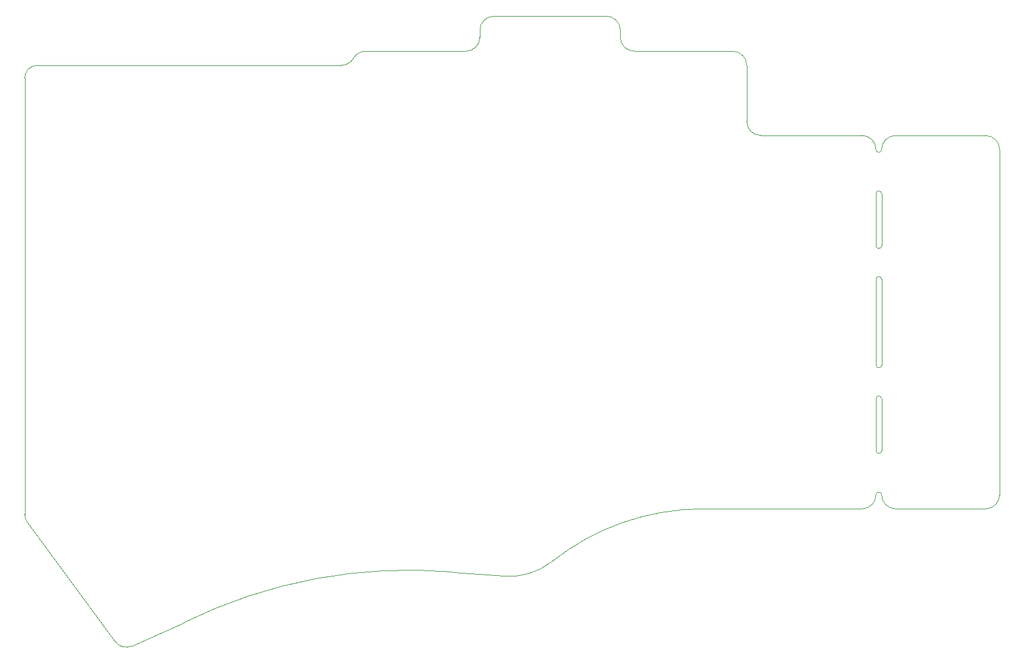
<source format=gbr>
%TF.GenerationSoftware,KiCad,Pcbnew,7.0.5*%
%TF.CreationDate,2023-07-11T21:22:30+02:00*%
%TF.ProjectId,keyboard_pcb,6b657962-6f61-4726-945f-7063622e6b69,rev1.0*%
%TF.SameCoordinates,Original*%
%TF.FileFunction,Profile,NP*%
%FSLAX46Y46*%
G04 Gerber Fmt 4.6, Leading zero omitted, Abs format (unit mm)*
G04 Created by KiCad (PCBNEW 7.0.5) date 2023-07-11 21:22:30*
%MOMM*%
%LPD*%
G01*
G04 APERTURE LIST*
%TA.AperFunction,Profile*%
%ADD10C,0.100000*%
%TD*%
G04 APERTURE END LIST*
D10*
X187640000Y-105300000D02*
X187640000Y-97900000D01*
X68240000Y-50400000D02*
G75*
G03*
X66440000Y-52200000I0J-1800000D01*
G01*
X185640000Y-60400000D02*
X171240000Y-60400000D01*
X169240000Y-50400000D02*
G75*
G03*
X167240000Y-48400000I-2000000J0D01*
G01*
X162740000Y-113600000D02*
X185640000Y-113600000D01*
X66805956Y-115487896D02*
X79290001Y-132449999D01*
X134739998Y-123175025D02*
G75*
G03*
X141490000Y-121125000I764602J9620125D01*
G01*
X151240000Y-45400000D02*
G75*
G03*
X149240000Y-43400000I-2000000J0D01*
G01*
X190440000Y-60400000D02*
G75*
G03*
X188440000Y-62400000I0J-2000000D01*
G01*
X111489998Y-50399998D02*
X68240000Y-50400000D01*
X151240000Y-46400000D02*
X151240000Y-45400000D01*
X187640000Y-62400000D02*
G75*
G03*
X188440000Y-62400000I400000J0D01*
G01*
X131240000Y-45400000D02*
X131240000Y-46400000D01*
X187640000Y-76100000D02*
X187640000Y-68700000D01*
X187640000Y-93100000D02*
G75*
G03*
X188440000Y-93100000I400000J0D01*
G01*
X188440000Y-111600000D02*
G75*
G03*
X187640000Y-111600000I-400000J0D01*
G01*
X187640000Y-76100000D02*
G75*
G03*
X188440000Y-76100000I400000J0D01*
G01*
X188440000Y-111600000D02*
G75*
G03*
X190440000Y-113600000I2000000J0D01*
G01*
X188440000Y-105300000D02*
X188440000Y-97900000D01*
X66440001Y-114400000D02*
G75*
G03*
X66805957Y-115487895I1799999J0D01*
G01*
X169240000Y-58400000D02*
X169240000Y-50400000D01*
X188440000Y-68700000D02*
G75*
G03*
X187640000Y-68700000I-400000J0D01*
G01*
X203240000Y-60400000D02*
X190440000Y-60400000D01*
X190440000Y-113600000D02*
X203240000Y-113600000D01*
X133240000Y-43400000D02*
G75*
G03*
X131240000Y-45400000I0J-2000000D01*
G01*
X151240000Y-46400000D02*
G75*
G03*
X153240000Y-48400000I2000000J0D01*
G01*
X203240000Y-113600000D02*
G75*
G03*
X205240000Y-111600000I0J2000000D01*
G01*
X66440000Y-113200000D02*
X66440000Y-114400000D01*
X134740000Y-123175000D02*
X127440000Y-122600001D01*
X81726132Y-133121447D02*
X89110601Y-129800000D01*
X185640000Y-113600000D02*
G75*
G03*
X187640000Y-111600000I0J2000000D01*
G01*
X129240000Y-48400000D02*
G75*
G03*
X131240000Y-46400000I0J2000000D01*
G01*
X188440000Y-76100000D02*
X188440000Y-68700000D01*
X111489998Y-50399987D02*
G75*
G03*
X113239999Y-49400000I102J2031087D01*
G01*
X205240000Y-111600000D02*
X205240000Y-62400000D01*
X188440000Y-97900000D02*
G75*
G03*
X187640000Y-97900000I-400000J0D01*
G01*
X188440000Y-93100000D02*
X188440000Y-80900000D01*
X188440000Y-80900000D02*
G75*
G03*
X187640000Y-80900000I-400000J0D01*
G01*
X149240000Y-43400000D02*
X133240000Y-43400000D01*
X205240000Y-62400000D02*
G75*
G03*
X203240000Y-60400000I-2000000J0D01*
G01*
X162740000Y-113599999D02*
G75*
G03*
X141490000Y-121125000I272760J-34536901D01*
G01*
X167240000Y-48400000D02*
X153240000Y-48400000D01*
X114940000Y-48400000D02*
G75*
G03*
X113240000Y-49400000I0J-1945000D01*
G01*
X187640000Y-93100000D02*
X187640000Y-80900000D01*
X66440000Y-52200000D02*
X66440000Y-113200000D01*
X187640000Y-105300000D02*
G75*
G03*
X188440000Y-105300000I400000J0D01*
G01*
X169240000Y-58400000D02*
G75*
G03*
X171240000Y-60400000I2000000J0D01*
G01*
X187640000Y-62400000D02*
G75*
G03*
X185640000Y-60400000I-2000000J0D01*
G01*
X79290001Y-132449999D02*
G75*
G03*
X81726132Y-133121447I1599999J1049999D01*
G01*
X129240000Y-48400000D02*
X114940000Y-48400000D01*
X127440000Y-122600002D02*
G75*
G03*
X89110601Y-129800001I-6323930J-71958198D01*
G01*
M02*

</source>
